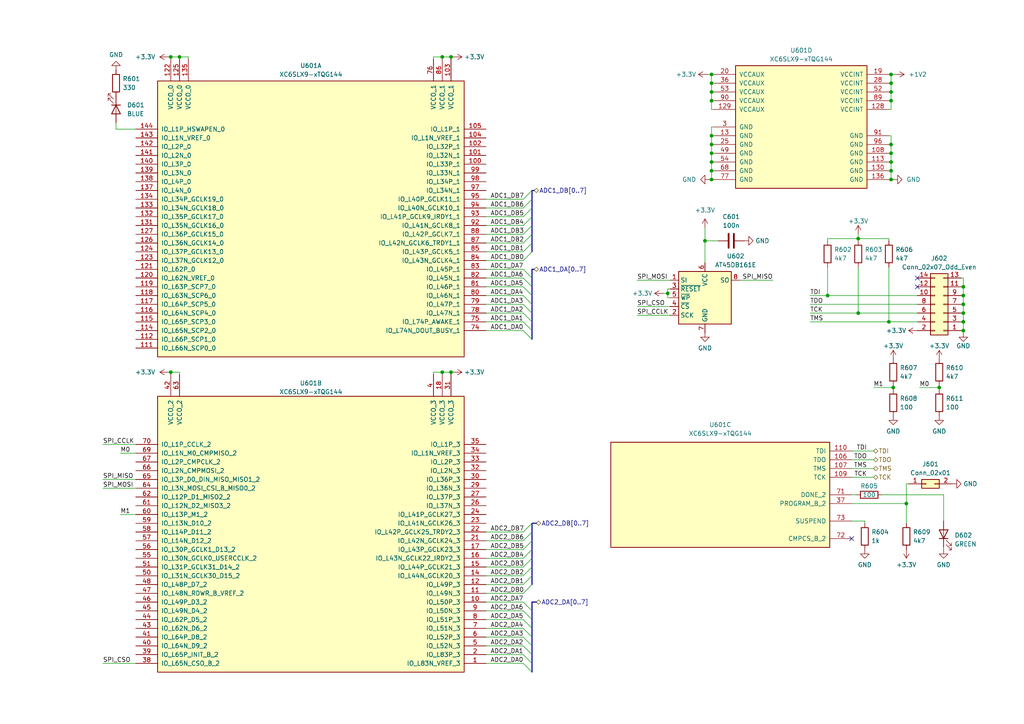
<source format=kicad_sch>
(kicad_sch (version 20230121) (generator eeschema)
  (paper "A4")
  (lib_symbols
    (symbol "Connector_Generic:Conn_02x01" (pin_names (offset 1.016) hide)
      (property "Reference" "J" (at 1.27 2.54 0))
      (property "Value" "Conn_02x01" (at 1.27 -2.54 0))
      (symbol "Conn_02x01_1_1"
        (rectangle (start -1.27 0.127) (end 0 -0.127) (stroke (width 0.1524)))
        (rectangle (start -1.27 1.27) (end 3.81 -1.27) (stroke (width 0.254)) (fill (type background)))
        (rectangle (start 3.81 0.127) (end 2.54 -0.127) (stroke (width 0.1524)))
        (pin passive line (at -5.08 0 0) (length 3.81) (name "Pin_1") (number "1"))
        (pin passive line (at 7.62 0 180) (length 3.81) (name "Pin_2") (number "2"))
      )
    )
    (symbol "Connector_Generic:Conn_02x07_Odd_Even" (pin_names (offset 1.016) hide)
      (property "Reference" "J" (at 1.27 10.16 0))
      (property "Value" "Conn_02x07_Odd_Even" (at 1.27 -10.16 0))
      (symbol "Conn_02x07_Odd_Even_1_1"
        (rectangle (start -1.27 -7.493) (end 0 -7.747) (stroke (width 0.1524)))
        (rectangle (start -1.27 -4.953) (end 0 -5.207) (stroke (width 0.1524)))
        (rectangle (start -1.27 -2.413) (end 0 -2.667) (stroke (width 0.1524)))
        (rectangle (start -1.27 0.127) (end 0 -0.127) (stroke (width 0.1524)))
        (rectangle (start -1.27 2.667) (end 0 2.413) (stroke (width 0.1524)))
        (rectangle (start -1.27 5.207) (end 0 4.953) (stroke (width 0.1524)))
        (rectangle (start -1.27 7.747) (end 0 7.493) (stroke (width 0.1524)))
        (rectangle (start -1.27 8.89) (end 3.81 -8.89) (stroke (width 0.254)) (fill (type background)))
        (rectangle (start 3.81 -7.493) (end 2.54 -7.747) (stroke (width 0.1524)))
        (rectangle (start 3.81 -4.953) (end 2.54 -5.207) (stroke (width 0.1524)))
        (rectangle (start 3.81 -2.413) (end 2.54 -2.667) (stroke (width 0.1524)))
        (rectangle (start 3.81 0.127) (end 2.54 -0.127) (stroke (width 0.1524)))
        (rectangle (start 3.81 2.667) (end 2.54 2.413) (stroke (width 0.1524)))
        (rectangle (start 3.81 5.207) (end 2.54 4.953) (stroke (width 0.1524)))
        (rectangle (start 3.81 7.747) (end 2.54 7.493) (stroke (width 0.1524)))
        (pin passive line (at -5.08 7.62 0) (length 3.81) (name "Pin_1") (number "1"))
        (pin passive line (at 7.62 -2.54 180) (length 3.81) (name "Pin_10") (number "10"))
        (pin passive line (at -5.08 -5.08 0) (length 3.81) (name "Pin_11") (number "11"))
        (pin passive line (at 7.62 -5.08 180) (length 3.81) (name "Pin_12") (number "12"))
        (pin passive line (at -5.08 -7.62 0) (length 3.81) (name "Pin_13") (number "13"))
        (pin passive line (at 7.62 -7.62 180) (length 3.81) (name "Pin_14") (number "14"))
        (pin passive line (at 7.62 7.62 180) (length 3.81) (name "Pin_2") (number "2"))
        (pin passive line (at -5.08 5.08 0) (length 3.81) (name "Pin_3") (number "3"))
        (pin passive line (at 7.62 5.08 180) (length 3.81) (name "Pin_4") (number "4"))
        (pin passive line (at -5.08 2.54 0) (length 3.81) (name "Pin_5") (number "5"))
        (pin passive line (at 7.62 2.54 180) (length 3.81) (name "Pin_6") (number "6"))
        (pin passive line (at -5.08 0 0) (length 3.81) (name "Pin_7") (number "7"))
        (pin passive line (at 7.62 0 180) (length 3.81) (name "Pin_8") (number "8"))
        (pin passive line (at -5.08 -2.54 0) (length 3.81) (name "Pin_9") (number "9"))
      )
    )
    (symbol "Device:C" (pin_numbers hide) (pin_names (offset 0.254))
      (property "Reference" "C" (at 0.635 2.54 0))
      (property "Value" "C" (at 0.635 -2.54 0))
      (symbol "C_0_1"
        (polyline (pts (xy -2.032 -0.762) (xy 2.032 -0.762)) (stroke (width 0.508)))
        (polyline (pts (xy -2.032 0.762) (xy 2.032 0.762)) (stroke (width 0.508)))
      )
      (symbol "C_1_1"
        (pin passive line (at 0 3.81 270) (length 2.794) (name "~") (number "1"))
        (pin passive line (at 0 -3.81 90) (length 2.794) (name "~") (number "2"))
      )
    )
    (symbol "Device:LED" (pin_numbers hide) (pin_names (offset 1.016) hide)
      (property "Reference" "D" (at 0 2.54 0))
      (property "Value" "LED" (at 0 -2.54 0))
      (symbol "LED_0_1"
        (polyline (pts (xy -1.27 -1.27) (xy -1.27 1.27)) (stroke (width 0.254)))
        (polyline (pts (xy -1.27 0) (xy 1.27 0)))
        (polyline (pts (xy 1.27 -1.27) (xy 1.27 1.27) (xy -1.27 0) (xy 1.27 -1.27)) (stroke (width 0.254)))
        (polyline (pts (xy -3.048 -0.762) (xy -4.572 -2.286) (xy -3.81 -2.286) (xy -4.572 -2.286) (xy -4.572 -1.524)))
        (polyline (pts (xy -1.778 -0.762) (xy -3.302 -2.286) (xy -2.54 -2.286) (xy -3.302 -2.286) (xy -3.302 -1.524)))
      )
      (symbol "LED_1_1"
        (pin passive line (at -3.81 0 0) (length 2.54) (name "K") (number "1"))
        (pin passive line (at 3.81 0 180) (length 2.54) (name "A") (number "2"))
      )
    )
    (symbol "Device:R" (pin_numbers hide) (pin_names (offset 0))
      (property "Reference" "R" (at 2.032 0 90))
      (property "Value" "R" (at 0 0 90))
      (symbol "R_0_1"
        (rectangle (start -1.016 -2.54) (end 1.016 2.54) (stroke (width 0.254)))
      )
      (symbol "R_1_1"
        (pin passive line (at 0 3.81 270) (length 1.27) (name "~") (number "1"))
        (pin passive line (at 0 -3.81 90) (length 1.27) (name "~") (number "2"))
      )
    )
    (symbol "FPGA_Xilinx_Spartan6:XC6SLX9-TQG144" (pin_names (offset 1.016))
      (property "Reference" "U" (at 0 1.27 0))
      (property "Value" "XC6SLX9-TQG144" (at 0 -1.27 0))
      (symbol "XC6SLX9-TQG144_1_1"
        (rectangle (start -44.45 36.83) (end 44.45 -43.18) (stroke (width 0.254)) (fill (type background)))
        (pin bidirectional line (at 50.8 12.7 180) (length 6.35) (name "IO_L33P_1") (number "100"))
        (pin bidirectional line (at 50.8 15.24 180) (length 6.35) (name "IO_L32N_1") (number "101"))
        (pin bidirectional line (at 50.8 17.78 180) (length 6.35) (name "IO_L32P_1") (number "102"))
        (pin power_in line (at 40.64 43.18 270) (length 6.35) (name "VCCO_1") (number "103"))
        (pin bidirectional line (at 50.8 20.32 180) (length 6.35) (name "IO_L1N_VREF_1") (number "104"))
        (pin bidirectional line (at 50.8 22.86 180) (length 6.35) (name "IO_L1P_1") (number "105"))
        (pin bidirectional line (at -50.8 -40.64 0) (length 6.35) (name "IO_L66N_SCP0_0") (number "111"))
        (pin bidirectional line (at -50.8 -38.1 0) (length 6.35) (name "IO_L66P_SCP1_0") (number "112"))
        (pin bidirectional line (at -50.8 -35.56 0) (length 6.35) (name "IO_L65N_SCP2_0") (number "114"))
        (pin bidirectional line (at -50.8 -33.02 0) (length 6.35) (name "IO_L65P_SCP3_0") (number "115"))
        (pin bidirectional line (at -50.8 -30.48 0) (length 6.35) (name "IO_L64N_SCP4_0") (number "116"))
        (pin bidirectional line (at -50.8 -27.94 0) (length 6.35) (name "IO_L64P_SCP5_0") (number "117"))
        (pin bidirectional line (at -50.8 -25.4 0) (length 6.35) (name "IO_L63N_SCP6_0") (number "118"))
        (pin bidirectional line (at -50.8 -22.86 0) (length 6.35) (name "IO_L63P_SCP7_0") (number "119"))
        (pin bidirectional line (at -50.8 -20.32 0) (length 6.35) (name "IO_L62N_VREF_0") (number "120"))
        (pin bidirectional line (at -50.8 -17.78 0) (length 6.35) (name "IO_L62P_0") (number "121"))
        (pin power_in line (at -40.64 43.18 270) (length 6.35) (name "VCCO_0") (number "122"))
        (pin bidirectional line (at -50.8 -15.24 0) (length 6.35) (name "IO_L37N_GCLK12_0") (number "123"))
        (pin bidirectional line (at -50.8 -12.7 0) (length 6.35) (name "IO_L37P_GCLK13_0") (number "124"))
        (pin power_in line (at -38.1 43.18 270) (length 6.35) (name "VCCO_0") (number "125"))
        (pin bidirectional line (at -50.8 -10.16 0) (length 6.35) (name "IO_L36N_GCLK14_0") (number "126"))
        (pin bidirectional line (at -50.8 -7.62 0) (length 6.35) (name "IO_L36P_GCLK15_0") (number "127"))
        (pin bidirectional line (at -50.8 -5.08 0) (length 6.35) (name "IO_L35N_GCLK16_0") (number "131"))
        (pin bidirectional line (at -50.8 -2.54 0) (length 6.35) (name "IO_L35P_GCLK17_0") (number "132"))
        (pin bidirectional line (at -50.8 0 0) (length 6.35) (name "IO_L34N_GCLK18_0") (number "133"))
        (pin bidirectional line (at -50.8 2.54 0) (length 6.35) (name "IO_L34P_GCLK19_0") (number "134"))
        (pin power_in line (at -35.56 43.18 270) (length 6.35) (name "VCCO_0") (number "135"))
        (pin bidirectional line (at -50.8 5.08 0) (length 6.35) (name "IO_L4N_0") (number "137"))
        (pin bidirectional line (at -50.8 7.62 0) (length 6.35) (name "IO_L4P_0") (number "138"))
        (pin bidirectional line (at -50.8 10.16 0) (length 6.35) (name "IO_L3N_0") (number "139"))
        (pin bidirectional line (at -50.8 12.7 0) (length 6.35) (name "IO_L3P_0") (number "140"))
        (pin bidirectional line (at -50.8 15.24 0) (length 6.35) (name "IO_L2N_0") (number "141"))
        (pin bidirectional line (at -50.8 17.78 0) (length 6.35) (name "IO_L2P_0") (number "142"))
        (pin bidirectional line (at -50.8 20.32 0) (length 6.35) (name "IO_L1N_VREF_0") (number "143"))
        (pin bidirectional line (at -50.8 22.86 0) (length 6.35) (name "IO_L1P_HSWAPEN_0") (number "144"))
        (pin bidirectional line (at 50.8 -35.56 180) (length 6.35) (name "IO_L74N_DOUT_BUSY_1") (number "74"))
        (pin bidirectional line (at 50.8 -33.02 180) (length 6.35) (name "IO_L74P_AWAKE_1") (number "75"))
        (pin power_in line (at 35.56 43.18 270) (length 6.35) (name "VCCO_1") (number "76"))
        (pin bidirectional line (at 50.8 -30.48 180) (length 6.35) (name "IO_L47N_1") (number "78"))
        (pin bidirectional line (at 50.8 -27.94 180) (length 6.35) (name "IO_L47P_1") (number "79"))
        (pin bidirectional line (at 50.8 -25.4 180) (length 6.35) (name "IO_L46N_1") (number "80"))
        (pin bidirectional line (at 50.8 -22.86 180) (length 6.35) (name "IO_L46P_1") (number "81"))
        (pin bidirectional line (at 50.8 -20.32 180) (length 6.35) (name "IO_L45N_1") (number "82"))
        (pin bidirectional line (at 50.8 -17.78 180) (length 6.35) (name "IO_L45P_1") (number "83"))
        (pin bidirectional line (at 50.8 -15.24 180) (length 6.35) (name "IO_L43N_GCLK4_1") (number "84"))
        (pin bidirectional line (at 50.8 -12.7 180) (length 6.35) (name "IO_L43P_GCLK5_1") (number "85"))
        (pin power_in line (at 38.1 43.18 270) (length 6.35) (name "VCCO_1") (number "86"))
        (pin bidirectional line (at 50.8 -10.16 180) (length 6.35) (name "IO_L42N_GCLK6_TRDY1_1") (number "87"))
        (pin bidirectional line (at 50.8 -7.62 180) (length 6.35) (name "IO_L42P_GCLK7_1") (number "88"))
        (pin bidirectional line (at 50.8 -5.08 180) (length 6.35) (name "IO_L41N_GCLK8_1") (number "92"))
        (pin bidirectional line (at 50.8 -2.54 180) (length 6.35) (name "IO_L41P_GCLK9_IRDY1_1") (number "93"))
        (pin bidirectional line (at 50.8 0 180) (length 6.35) (name "IO_L40N_GCLK10_1") (number "94"))
        (pin bidirectional line (at 50.8 2.54 180) (length 6.35) (name "IO_L40P_GCLK11_1") (number "95"))
        (pin bidirectional line (at 50.8 5.08 180) (length 6.35) (name "IO_L34N_1") (number "97"))
        (pin bidirectional line (at 50.8 7.62 180) (length 6.35) (name "IO_L34P_1") (number "98"))
        (pin bidirectional line (at 50.8 10.16 180) (length 6.35) (name "IO_L33N_1") (number "99"))
      )
      (symbol "XC6SLX9-TQG144_2_1"
        (rectangle (start -44.45 36.83) (end 44.45 -43.18) (stroke (width 0.254)) (fill (type background)))
        (pin bidirectional line (at 50.8 -40.64 180) (length 6.35) (name "IO_L83N_VREF_3") (number "1"))
        (pin bidirectional line (at 50.8 -22.86 180) (length 6.35) (name "IO_L50P_3") (number "10"))
        (pin bidirectional line (at 50.8 -20.32 180) (length 6.35) (name "IO_L49N_3") (number "11"))
        (pin bidirectional line (at 50.8 -17.78 180) (length 6.35) (name "IO_L49P_3") (number "12"))
        (pin bidirectional line (at 50.8 -15.24 180) (length 6.35) (name "IO_L44N_GCLK20_3") (number "14"))
        (pin bidirectional line (at 50.8 -12.7 180) (length 6.35) (name "IO_L44P_GCLK21_3") (number "15"))
        (pin bidirectional line (at 50.8 -10.16 180) (length 6.35) (name "IO_L43N_GCLK22_IRDY2_3") (number "16"))
        (pin bidirectional line (at 50.8 -7.62 180) (length 6.35) (name "IO_L43P_GCLK23_3") (number "17"))
        (pin power_in line (at 38.1 43.18 270) (length 6.35) (name "VCCO_3") (number "18"))
        (pin bidirectional line (at 50.8 -38.1 180) (length 6.35) (name "IO_L83P_3") (number "2"))
        (pin bidirectional line (at 50.8 -5.08 180) (length 6.35) (name "IO_L42N_GCLK24_3") (number "21"))
        (pin bidirectional line (at 50.8 -2.54 180) (length 6.35) (name "IO_L42P_GCLK25_TRDY2_3") (number "22"))
        (pin bidirectional line (at 50.8 0 180) (length 6.35) (name "IO_L41N_GCLK26_3") (number "23"))
        (pin bidirectional line (at 50.8 2.54 180) (length 6.35) (name "IO_L41P_GCLK27_3") (number "24"))
        (pin bidirectional line (at 50.8 5.08 180) (length 6.35) (name "IO_L37N_3") (number "26"))
        (pin bidirectional line (at 50.8 7.62 180) (length 6.35) (name "IO_L37P_3") (number "27"))
        (pin bidirectional line (at 50.8 10.16 180) (length 6.35) (name "IO_L36N_3") (number "29"))
        (pin bidirectional line (at 50.8 12.7 180) (length 6.35) (name "IO_L36P_3") (number "30"))
        (pin power_in line (at 40.64 43.18 270) (length 6.35) (name "VCCO_3") (number "31"))
        (pin bidirectional line (at 50.8 15.24 180) (length 6.35) (name "IO_L2N_3") (number "32"))
        (pin bidirectional line (at 50.8 17.78 180) (length 6.35) (name "IO_L2P_3") (number "33"))
        (pin bidirectional line (at 50.8 20.32 180) (length 6.35) (name "IO_L1N_VREF_3") (number "34"))
        (pin bidirectional line (at 50.8 22.86 180) (length 6.35) (name "IO_L1P_3") (number "35"))
        (pin bidirectional line (at -50.8 -40.64 0) (length 6.35) (name "IO_L65N_CSO_B_2") (number "38"))
        (pin bidirectional line (at -50.8 -38.1 0) (length 6.35) (name "IO_L65P_INIT_B_2") (number "39"))
        (pin power_in line (at 35.56 43.18 270) (length 6.35) (name "VCCO_3") (number "4"))
        (pin bidirectional line (at -50.8 -35.56 0) (length 6.35) (name "IO_L64N_D9_2") (number "40"))
        (pin bidirectional line (at -50.8 -33.02 0) (length 6.35) (name "IO_L64P_D8_2") (number "41"))
        (pin power_in line (at -40.64 43.18 270) (length 6.35) (name "VCCO_2") (number "42"))
        (pin bidirectional line (at -50.8 -30.48 0) (length 6.35) (name "IO_L62N_D6_2") (number "43"))
        (pin bidirectional line (at -50.8 -27.94 0) (length 6.35) (name "IO_L62P_D5_2") (number "44"))
        (pin bidirectional line (at -50.8 -25.4 0) (length 6.35) (name "IO_L49N_D4_2") (number "45"))
        (pin bidirectional line (at -50.8 -22.86 0) (length 6.35) (name "IO_L49P_D3_2") (number "46"))
        (pin bidirectional line (at -50.8 -20.32 0) (length 6.35) (name "IO_L48N_RDWR_B_VREF_2") (number "47"))
        (pin bidirectional line (at -50.8 -17.78 0) (length 6.35) (name "IO_L48P_D7_2") (number "48"))
        (pin bidirectional line (at 50.8 -35.56 180) (length 6.35) (name "IO_L52N_3") (number "5"))
        (pin bidirectional line (at -50.8 -15.24 0) (length 6.35) (name "IO_L31N_GCLK30_D15_2") (number "50"))
        (pin bidirectional line (at -50.8 -12.7 0) (length 6.35) (name "IO_L31P_GCLK31_D14_2") (number "51"))
        (pin bidirectional line (at -50.8 -10.16 0) (length 6.35) (name "IO_L30N_GCLK0_USERCCLK_2") (number "55"))
        (pin bidirectional line (at -50.8 -7.62 0) (length 6.35) (name "IO_L30P_GCLK1_D13_2") (number "56"))
        (pin bidirectional line (at -50.8 -5.08 0) (length 6.35) (name "IO_L14N_D12_2") (number "57"))
        (pin bidirectional line (at -50.8 -2.54 0) (length 6.35) (name "IO_L14P_D11_2") (number "58"))
        (pin bidirectional line (at -50.8 0 0) (length 6.35) (name "IO_L13N_D10_2") (number "59"))
        (pin bidirectional line (at 50.8 -33.02 180) (length 6.35) (name "IO_L52P_3") (number "6"))
        (pin bidirectional line (at -50.8 2.54 0) (length 6.35) (name "IO_L13P_M1_2") (number "60"))
        (pin bidirectional line (at -50.8 5.08 0) (length 6.35) (name "IO_L12N_D2_MISO3_2") (number "61"))
        (pin bidirectional line (at -50.8 7.62 0) (length 6.35) (name "IO_L12P_D1_MISO2_2") (number "62"))
        (pin power_in line (at -38.1 43.18 270) (length 6.35) (name "VCCO_2") (number "63"))
        (pin bidirectional line (at -50.8 10.16 0) (length 6.35) (name "IO_L3N_MOSI_CSI_B_MISO0_2") (number "64"))
        (pin bidirectional line (at -50.8 12.7 0) (length 6.35) (name "IO_L3P_D0_DIN_MISO_MISO1_2") (number "65"))
        (pin bidirectional line (at -50.8 15.24 0) (length 6.35) (name "IO_L2N_CMPMOSI_2") (number "66"))
        (pin bidirectional line (at -50.8 17.78 0) (length 6.35) (name "IO_L2P_CMPCLK_2") (number "67"))
        (pin bidirectional line (at -50.8 20.32 0) (length 6.35) (name "IO_L1N_M0_CMPMISO_2") (number "69"))
        (pin bidirectional line (at 50.8 -30.48 180) (length 6.35) (name "IO_L51N_3") (number "7"))
        (pin bidirectional line (at -50.8 22.86 0) (length 6.35) (name "IO_L1P_CCLK_2") (number "70"))
        (pin bidirectional line (at 50.8 -27.94 180) (length 6.35) (name "IO_L51P_3") (number "8"))
        (pin bidirectional line (at 50.8 -25.4 180) (length 6.35) (name "IO_L50N_3") (number "9"))
      )
      (symbol "XC6SLX9-TQG144_3_1"
        (rectangle (start -31.75 15.24) (end 31.75 -15.24) (stroke (width 0.254)) (fill (type background)))
        (pin bidirectional line (at 38.1 10.16 180) (length 6.35) (name "TDO") (number "106"))
        (pin bidirectional line (at 38.1 7.62 180) (length 6.35) (name "TMS") (number "107"))
        (pin bidirectional line (at 38.1 5.08 180) (length 6.35) (name "TCK") (number "109"))
        (pin bidirectional line (at 38.1 12.7 180) (length 6.35) (name "TDI") (number "110"))
        (pin bidirectional line (at 38.1 -2.54 180) (length 6.35) (name "PROGRAM_B_2") (number "37"))
        (pin bidirectional line (at 38.1 0 180) (length 6.35) (name "DONE_2") (number "71"))
        (pin bidirectional line (at 38.1 -12.7 180) (length 6.35) (name "CMPCS_B_2") (number "72"))
        (pin bidirectional line (at 38.1 -7.62 180) (length 6.35) (name "SUSPEND") (number "73"))
      )
      (symbol "XC6SLX9-TQG144_4_1"
        (rectangle (start -19.05 17.78) (end 19.05 -17.78) (stroke (width 0.254)) (fill (type background)))
        (pin power_in line (at 25.4 -7.62 180) (length 6.35) (name "GND") (number "108"))
        (pin power_in line (at 25.4 -10.16 180) (length 6.35) (name "GND") (number "113"))
        (pin power_in line (at 25.4 5.08 180) (length 6.35) (name "VCCINT") (number "128"))
        (pin power_in line (at -25.4 5.08 0) (length 6.35) (name "VCCAUX") (number "129"))
        (pin power_in line (at -25.4 -2.54 0) (length 6.35) (name "GND") (number "13"))
        (pin power_in line (at 25.4 -12.7 180) (length 6.35) (name "GND") (number "130"))
        (pin power_in line (at 25.4 -15.24 180) (length 6.35) (name "GND") (number "136"))
        (pin power_in line (at 25.4 15.24 180) (length 6.35) (name "VCCINT") (number "19"))
        (pin power_in line (at -25.4 15.24 0) (length 6.35) (name "VCCAUX") (number "20"))
        (pin power_in line (at -25.4 -5.08 0) (length 6.35) (name "GND") (number "25"))
        (pin power_in line (at 25.4 12.7 180) (length 6.35) (name "VCCINT") (number "28"))
        (pin power_in line (at -25.4 0 0) (length 6.35) (name "GND") (number "3"))
        (pin power_in line (at -25.4 12.7 0) (length 6.35) (name "VCCAUX") (number "36"))
        (pin power_in line (at -25.4 -7.62 0) (length 6.35) (name "GND") (number "49"))
        (pin power_in line (at 25.4 10.16 180) (length 6.35) (name "VCCINT") (number "52"))
        (pin power_in line (at -25.4 10.16 0) (length 6.35) (name "VCCAUX") (number "53"))
        (pin power_in line (at -25.4 -10.16 0) (length 6.35) (name "GND") (number "54"))
        (pin power_in line (at -25.4 -12.7 0) (length 6.35) (name "GND") (number "68"))
        (pin power_in line (at -25.4 -15.24 0) (length 6.35) (name "GND") (number "77"))
        (pin power_in line (at 25.4 7.62 180) (length 6.35) (name "VCCINT") (number "89"))
        (pin power_in line (at -25.4 7.62 0) (length 6.35) (name "VCCAUX") (number "90"))
        (pin power_in line (at 25.4 -2.54 180) (length 6.35) (name "GND") (number "91"))
        (pin power_in line (at 25.4 -5.08 180) (length 6.35) (name "GND") (number "96"))
      )
    )
    (symbol "Memory_Flash:AT45DB161D-SU"
      (property "Reference" "U" (at -7.62 8.89 0))
      (property "Value" "AT45DB161D-SU" (at 10.16 8.89 0))
      (symbol "AT45DB161D-SU_1_1"
        (rectangle (start -7.62 7.62) (end 7.62 -7.62) (stroke (width 0.254)) (fill (type background)))
        (pin input line (at -10.16 5.08 0) (length 2.54) (name "SI") (number "1"))
        (pin input line (at -10.16 -5.08 0) (length 2.54) (name "SCK") (number "2"))
        (pin bidirectional line (at -10.16 2.54 0) (length 2.54) (name "~{RESET}") (number "3"))
        (pin input line (at -10.16 -2.54 0) (length 2.54) (name "~{CS}") (number "4"))
        (pin input line (at -10.16 0 0) (length 2.54) (name "~{WP}") (number "5"))
        (pin power_in line (at 0 10.16 270) (length 2.54) (name "VCC") (number "6"))
        (pin power_in line (at 0 -10.16 90) (length 2.54) (name "GND") (number "7"))
        (pin output line (at 10.16 5.08 180) (length 2.54) (name "SO") (number "8"))
      )
    )
    (symbol "power:+1V2" (power) (pin_names (offset 0))
      (property "Value" "+1V2" (at 0 3.556 0))
      (symbol "+1V2_0_1"
        (polyline (pts (xy -0.762 1.27) (xy 0 2.54)))
        (polyline (pts (xy 0 0) (xy 0 2.54)))
        (polyline (pts (xy 0 2.54) (xy 0.762 1.27)))
      )
      (symbol "+1V2_1_1"
        (pin power_in line (at 0 0 90) (length 0) hide (name "+1V2") (number "1"))
      )
    )
    (symbol "power:+3.3V" (power) (pin_names (offset 0))
      (property "Value" "+3.3V" (at 0 3.556 0))
      (symbol "+3.3V_0_1"
        (polyline (pts (xy -0.762 1.27) (xy 0 2.54)))
        (polyline (pts (xy 0 0) (xy 0 2.54)))
        (polyline (pts (xy 0 2.54) (xy 0.762 1.27)))
      )
      (symbol "+3.3V_1_1"
        (pin power_in line (at 0 0 90) (length 0) hide (name "+3.3V") (number "1"))
      )
    )
    (symbol "power:GND" (power) (pin_names (offset 0))
      (property "Value" "GND" (at 0 -3.81 0))
      (symbol "GND_0_1"
        (polyline (pts (xy 0 0) (xy 0 -1.27) (xy 1.27 -1.27) (xy 0 -2.54) (xy -1.27 -1.27) (xy 0 -1.27)))
      )
      (symbol "GND_1_1"
        (pin power_in line (at 0 0 270) (length 0) hide (name "GND") (number "1"))
      )
    )
  )
  (junction (at 49.53 107.95))
  (junction (at 279.4 85.725))
  (junction (at 49.53 16.51))
  (junction (at 258.445 52.07))
  (junction (at 206.375 46.99))
  (junction (at 258.445 26.67))
  (junction (at 206.375 24.13))
  (junction (at 206.375 49.53))
  (junction (at 206.375 41.91))
  (junction (at 130.81 16.51))
  (junction (at 259.08 112.395))
  (junction (at 257.81 93.345))
  (junction (at 206.375 21.59))
  (junction (at 258.445 49.53))
  (junction (at 279.4 83.185))
  (junction (at 206.375 29.21))
  (junction (at 240.03 85.725))
  (junction (at 258.445 24.13))
  (junction (at 279.4 88.265))
  (junction (at 262.89 146.05))
  (junction (at 258.445 46.99))
  (junction (at 279.4 93.345))
  (junction (at 206.375 44.45))
  (junction (at 258.445 29.21))
  (junction (at 279.4 95.885))
  (junction (at 258.445 21.59))
  (junction (at 279.4 90.805))
  (junction (at 128.27 107.95))
  (junction (at 204.47 69.85))
  (junction (at 258.445 41.91))
  (junction (at 52.07 16.51))
  (junction (at 272.415 112.395))
  (junction (at 248.92 90.805))
  (junction (at 130.81 107.95))
  (junction (at 206.375 26.67))
  (junction (at 248.92 69.215))
  (junction (at 193.675 85.09))
  (junction (at 128.27 16.51))
  (junction (at 206.375 52.07))
  (junction (at 258.445 44.45))
  (junction (at 206.375 39.37))
  (no_connect (at 247.015 156.21))
  (no_connect (at 266.065 83.185))
  (no_connect (at 266.065 80.645))
  (bus_entry (at 151.765 90.805) (size 2.54 2.54))
  (bus_entry (at 151.765 174.625) (size 2.54 2.54))
  (bus_entry (at 151.765 85.725) (size 2.54 2.54))
  (bus_entry (at 151.765 177.165) (size 2.54 2.54))
  (bus_entry (at 154.305 169.545) (size -2.54 2.54))
  (bus_entry (at 154.305 161.925) (size -2.54 2.54))
  (bus_entry (at 151.765 189.865) (size 2.54 2.54))
  (bus_entry (at 151.765 93.345) (size 2.54 2.54))
  (bus_entry (at 151.765 184.785) (size 2.54 2.54))
  (bus_entry (at 154.305 154.305) (size -2.54 2.54))
  (bus_entry (at 151.765 179.705) (size 2.54 2.54))
  (bus_entry (at 151.765 83.185) (size 2.54 2.54))
  (bus_entry (at 154.305 164.465) (size -2.54 2.54))
  (bus_entry (at 154.305 70.485) (size -2.54 2.54))
  (bus_entry (at 154.305 167.005) (size -2.54 2.54))
  (bus_entry (at 154.305 55.245) (size -2.54 2.54))
  (bus_entry (at 151.765 95.885) (size 2.54 2.54))
  (bus_entry (at 154.305 65.405) (size -2.54 2.54))
  (bus_entry (at 151.765 182.245) (size 2.54 2.54))
  (bus_entry (at 154.305 67.945) (size -2.54 2.54))
  (bus_entry (at 151.765 187.325) (size 2.54 2.54))
  (bus_entry (at 154.305 159.385) (size -2.54 2.54))
  (bus_entry (at 154.305 57.785) (size -2.54 2.54))
  (bus_entry (at 154.305 73.025) (size -2.54 2.54))
  (bus_entry (at 151.765 88.265) (size 2.54 2.54))
  (bus_entry (at 151.765 80.645) (size 2.54 2.54))
  (bus_entry (at 154.305 151.765) (size -2.54 2.54))
  (bus_entry (at 151.765 78.105) (size 2.54 2.54))
  (bus_entry (at 151.765 192.405) (size 2.54 2.54))
  (bus_entry (at 154.305 62.865) (size -2.54 2.54))
  (bus_entry (at 154.305 156.845) (size -2.54 2.54))
  (bus_entry (at 154.305 60.325) (size -2.54 2.54))
  (wire (pts (xy 206.375 31.75) (xy 207.01 31.75)))
  (wire (pts (xy 140.97 90.805) (xy 151.765 90.805)))
  (bus (pts (xy 154.305 95.885) (xy 154.305 93.345)))
  (wire (pts (xy 204.47 69.85) (xy 204.47 76.2)))
  (bus (pts (xy 154.305 60.325) (xy 154.305 62.865)))
  (bus (pts (xy 154.305 80.645) (xy 154.305 78.105)))
  (wire (pts (xy 140.97 156.845) (xy 151.765 156.845)))
  (wire (pts (xy 257.81 93.345) (xy 266.065 93.345)))
  (wire (pts (xy 140.97 95.885) (xy 151.765 95.885)))
  (wire (pts (xy 255.905 143.51) (xy 273.685 143.51)))
  (wire (pts (xy 257.81 39.37) (xy 258.445 39.37)))
  (wire (pts (xy 279.4 93.345) (xy 279.4 90.805)))
  (wire (pts (xy 140.97 75.565) (xy 151.765 75.565)))
  (wire (pts (xy 250.825 151.765) (xy 250.825 151.13)))
  (bus (pts (xy 154.305 57.785) (xy 154.305 60.325)))
  (wire (pts (xy 278.765 85.725) (xy 279.4 85.725)))
  (bus (pts (xy 154.305 78.105) (xy 154.94 78.105)))
  (wire (pts (xy 240.03 77.47) (xy 240.03 85.725)))
  (bus (pts (xy 154.305 192.405) (xy 154.305 189.865)))
  (wire (pts (xy 206.375 21.59) (xy 205.105 21.59)))
  (wire (pts (xy 266.7 112.395) (xy 272.415 112.395)))
  (wire (pts (xy 140.97 70.485) (xy 151.765 70.485)))
  (wire (pts (xy 140.97 177.165) (xy 151.765 177.165)))
  (wire (pts (xy 258.445 31.75) (xy 257.81 31.75)))
  (wire (pts (xy 140.97 164.465) (xy 151.765 164.465)))
  (wire (pts (xy 206.375 41.91) (xy 206.375 44.45)))
  (wire (pts (xy 234.95 88.265) (xy 266.065 88.265)))
  (wire (pts (xy 130.81 107.95) (xy 130.81 108.585)))
  (wire (pts (xy 257.81 29.21) (xy 258.445 29.21)))
  (wire (pts (xy 258.445 44.45) (xy 258.445 46.99)))
  (wire (pts (xy 130.81 107.95) (xy 131.445 107.95)))
  (bus (pts (xy 154.305 177.165) (xy 154.305 174.625)))
  (bus (pts (xy 154.305 62.865) (xy 154.305 65.405)))
  (wire (pts (xy 206.375 36.83) (xy 207.01 36.83)))
  (wire (pts (xy 204.47 69.85) (xy 208.28 69.85)))
  (wire (pts (xy 259.08 112.395) (xy 259.08 113.03)))
  (wire (pts (xy 140.97 172.085) (xy 151.765 172.085)))
  (wire (pts (xy 273.685 158.75) (xy 273.685 159.385)))
  (wire (pts (xy 140.97 83.185) (xy 151.765 83.185)))
  (wire (pts (xy 258.445 24.13) (xy 258.445 26.67)))
  (wire (pts (xy 29.845 192.405) (xy 39.37 192.405)))
  (wire (pts (xy 253.365 112.395) (xy 259.08 112.395)))
  (wire (pts (xy 184.785 81.28) (xy 194.31 81.28)))
  (wire (pts (xy 140.97 161.925) (xy 151.765 161.925)))
  (wire (pts (xy 247.015 130.81) (xy 253.365 130.81)))
  (wire (pts (xy 207.01 46.99) (xy 206.375 46.99)))
  (bus (pts (xy 154.305 67.945) (xy 154.305 70.485)))
  (wire (pts (xy 258.445 21.59) (xy 259.715 21.59)))
  (wire (pts (xy 279.4 95.885) (xy 279.4 93.345)))
  (wire (pts (xy 140.97 78.105) (xy 151.765 78.105)))
  (wire (pts (xy 279.4 88.265) (xy 279.4 85.725)))
  (wire (pts (xy 140.97 192.405) (xy 151.765 192.405)))
  (wire (pts (xy 240.03 85.725) (xy 234.95 85.725)))
  (wire (pts (xy 140.97 159.385) (xy 151.765 159.385)))
  (wire (pts (xy 240.03 85.725) (xy 266.065 85.725)))
  (wire (pts (xy 140.97 80.645) (xy 151.765 80.645)))
  (bus (pts (xy 154.305 151.765) (xy 155.575 151.765)))
  (wire (pts (xy 278.765 90.805) (xy 279.4 90.805)))
  (wire (pts (xy 257.81 41.91) (xy 258.445 41.91)))
  (bus (pts (xy 154.305 179.705) (xy 154.305 177.165)))
  (wire (pts (xy 247.015 138.43) (xy 253.365 138.43)))
  (wire (pts (xy 52.07 16.51) (xy 52.07 17.145)))
  (wire (pts (xy 240.03 69.215) (xy 248.92 69.215)))
  (wire (pts (xy 206.375 29.21) (xy 206.375 31.75)))
  (wire (pts (xy 279.4 90.805) (xy 279.4 88.265)))
  (bus (pts (xy 154.305 154.305) (xy 154.305 156.845)))
  (wire (pts (xy 214.63 81.28) (xy 224.155 81.28)))
  (wire (pts (xy 272.415 111.76) (xy 272.415 112.395)))
  (wire (pts (xy 140.97 65.405) (xy 151.765 65.405)))
  (wire (pts (xy 140.97 62.865) (xy 151.765 62.865)))
  (wire (pts (xy 259.08 111.76) (xy 259.08 112.395)))
  (wire (pts (xy 247.015 135.89) (xy 253.365 135.89)))
  (wire (pts (xy 140.97 174.625) (xy 151.765 174.625)))
  (bus (pts (xy 154.305 88.265) (xy 154.305 85.725)))
  (wire (pts (xy 140.97 85.725) (xy 151.765 85.725)))
  (wire (pts (xy 128.27 107.95) (xy 130.81 107.95)))
  (bus (pts (xy 154.305 194.945) (xy 154.305 192.405)))
  (bus (pts (xy 154.305 98.425) (xy 154.305 95.885)))
  (bus (pts (xy 154.305 182.245) (xy 154.305 179.705)))
  (wire (pts (xy 247.015 143.51) (xy 248.285 143.51)))
  (wire (pts (xy 140.97 187.325) (xy 151.765 187.325)))
  (wire (pts (xy 279.4 80.645) (xy 278.765 80.645)))
  (wire (pts (xy 140.97 93.345) (xy 151.765 93.345)))
  (wire (pts (xy 258.445 29.21) (xy 258.445 31.75)))
  (wire (pts (xy 257.81 46.99) (xy 258.445 46.99)))
  (wire (pts (xy 193.675 85.09) (xy 193.675 83.82)))
  (wire (pts (xy 273.685 143.51) (xy 273.685 151.13)))
  (wire (pts (xy 184.785 88.9) (xy 194.31 88.9)))
  (wire (pts (xy 206.375 24.13) (xy 206.375 26.67)))
  (wire (pts (xy 48.895 16.51) (xy 49.53 16.51)))
  (bus (pts (xy 154.305 151.765) (xy 154.305 154.305)))
  (wire (pts (xy 140.97 169.545) (xy 151.765 169.545)))
  (bus (pts (xy 154.305 156.845) (xy 154.305 159.385)))
  (wire (pts (xy 248.92 90.805) (xy 266.065 90.805)))
  (wire (pts (xy 247.015 146.05) (xy 262.89 146.05)))
  (wire (pts (xy 206.375 44.45) (xy 206.375 46.99)))
  (wire (pts (xy 193.675 83.82) (xy 194.31 83.82)))
  (wire (pts (xy 140.97 189.865) (xy 151.765 189.865)))
  (wire (pts (xy 29.845 139.065) (xy 39.37 139.065)))
  (wire (pts (xy 140.97 73.025) (xy 151.765 73.025)))
  (wire (pts (xy 258.445 26.67) (xy 258.445 29.21)))
  (wire (pts (xy 207.01 24.13) (xy 206.375 24.13)))
  (bus (pts (xy 154.305 159.385) (xy 154.305 161.925)))
  (bus (pts (xy 154.305 161.925) (xy 154.305 164.465)))
  (wire (pts (xy 125.73 16.51) (xy 128.27 16.51)))
  (wire (pts (xy 140.97 182.245) (xy 151.765 182.245)))
  (wire (pts (xy 257.81 69.215) (xy 257.81 69.85)))
  (wire (pts (xy 29.845 141.605) (xy 39.37 141.605)))
  (wire (pts (xy 140.97 179.705) (xy 151.765 179.705)))
  (wire (pts (xy 272.415 112.395) (xy 272.415 113.03)))
  (wire (pts (xy 262.89 151.765) (xy 262.89 146.05)))
  (wire (pts (xy 240.03 69.85) (xy 240.03 69.215)))
  (bus (pts (xy 154.305 83.185) (xy 154.305 80.645)))
  (wire (pts (xy 257.81 44.45) (xy 258.445 44.45)))
  (bus (pts (xy 154.305 164.465) (xy 154.305 167.005)))
  (wire (pts (xy 33.655 37.465) (xy 33.655 35.56)))
  (wire (pts (xy 247.015 133.35) (xy 253.365 133.35)))
  (bus (pts (xy 154.305 70.485) (xy 154.305 73.025)))
  (wire (pts (xy 234.95 90.805) (xy 248.92 90.805)))
  (wire (pts (xy 206.375 52.07) (xy 205.74 52.07)))
  (wire (pts (xy 258.445 49.53) (xy 257.81 49.53)))
  (wire (pts (xy 250.825 151.13) (xy 247.015 151.13)))
  (wire (pts (xy 206.375 39.37) (xy 206.375 41.91)))
  (wire (pts (xy 278.765 83.185) (xy 279.4 83.185)))
  (wire (pts (xy 207.01 26.67) (xy 206.375 26.67)))
  (wire (pts (xy 34.925 149.225) (xy 39.37 149.225)))
  (bus (pts (xy 154.305 187.325) (xy 154.305 184.785)))
  (wire (pts (xy 125.73 108.585) (xy 125.73 107.95)))
  (wire (pts (xy 258.445 52.07) (xy 259.08 52.07)))
  (bus (pts (xy 154.305 167.005) (xy 154.305 169.545)))
  (wire (pts (xy 207.01 39.37) (xy 206.375 39.37)))
  (wire (pts (xy 39.37 37.465) (xy 33.655 37.465)))
  (wire (pts (xy 49.53 107.95) (xy 52.07 107.95)))
  (wire (pts (xy 258.445 39.37) (xy 258.445 41.91)))
  (wire (pts (xy 49.53 16.51) (xy 52.07 16.51)))
  (wire (pts (xy 29.845 128.905) (xy 39.37 128.905)))
  (wire (pts (xy 54.61 16.51) (xy 54.61 17.145)))
  (wire (pts (xy 207.01 52.07) (xy 206.375 52.07)))
  (wire (pts (xy 257.81 26.67) (xy 258.445 26.67)))
  (bus (pts (xy 154.305 174.625) (xy 155.575 174.625)))
  (wire (pts (xy 140.97 184.785) (xy 151.765 184.785)))
  (wire (pts (xy 248.92 69.215) (xy 248.92 69.85)))
  (wire (pts (xy 34.925 131.445) (xy 39.37 131.445)))
  (bus (pts (xy 154.305 184.785) (xy 154.305 182.245)))
  (wire (pts (xy 48.895 107.95) (xy 49.53 107.95)))
  (wire (pts (xy 257.81 24.13) (xy 258.445 24.13)))
  (wire (pts (xy 234.95 93.345) (xy 257.81 93.345)))
  (wire (pts (xy 258.445 41.91) (xy 258.445 44.45)))
  (wire (pts (xy 140.97 67.945) (xy 151.765 67.945)))
  (wire (pts (xy 279.4 95.885) (xy 279.4 96.52)))
  (wire (pts (xy 52.07 16.51) (xy 54.61 16.51)))
  (wire (pts (xy 140.97 167.005) (xy 151.765 167.005)))
  (wire (pts (xy 207.01 29.21) (xy 206.375 29.21)))
  (bus (pts (xy 154.305 55.245) (xy 154.94 55.245)))
  (wire (pts (xy 206.375 26.67) (xy 206.375 29.21)))
  (wire (pts (xy 49.53 108.585) (xy 49.53 107.95)))
  (wire (pts (xy 130.81 16.51) (xy 130.81 17.145)))
  (wire (pts (xy 140.97 60.325) (xy 151.765 60.325)))
  (wire (pts (xy 258.445 46.99) (xy 258.445 49.53)))
  (wire (pts (xy 128.27 16.51) (xy 128.27 17.145)))
  (wire (pts (xy 207.01 41.91) (xy 206.375 41.91)))
  (wire (pts (xy 207.01 21.59) (xy 206.375 21.59)))
  (wire (pts (xy 206.375 21.59) (xy 206.375 24.13)))
  (wire (pts (xy 258.445 52.07) (xy 258.445 49.53)))
  (bus (pts (xy 154.305 90.805) (xy 154.305 88.265)))
  (wire (pts (xy 128.27 16.51) (xy 130.81 16.51)))
  (wire (pts (xy 206.375 52.07) (xy 206.375 49.53)))
  (wire (pts (xy 248.92 67.945) (xy 248.92 69.215)))
  (wire (pts (xy 204.47 66.04) (xy 204.47 69.85)))
  (bus (pts (xy 154.305 85.725) (xy 154.305 83.185)))
  (wire (pts (xy 257.81 21.59) (xy 258.445 21.59)))
  (wire (pts (xy 49.53 17.145) (xy 49.53 16.51)))
  (wire (pts (xy 258.445 21.59) (xy 258.445 24.13)))
  (wire (pts (xy 140.97 57.785) (xy 151.765 57.785)))
  (wire (pts (xy 262.89 140.335) (xy 262.89 146.05)))
  (wire (pts (xy 248.92 69.215) (xy 257.81 69.215)))
  (wire (pts (xy 125.73 107.95) (xy 128.27 107.95)))
  (wire (pts (xy 52.07 107.95) (xy 52.07 108.585)))
  (wire (pts (xy 128.27 107.95) (xy 128.27 108.585)))
  (wire (pts (xy 263.525 140.335) (xy 262.89 140.335)))
  (wire (pts (xy 257.81 93.345) (xy 257.81 77.47)))
  (wire (pts (xy 194.31 86.36) (xy 193.675 86.36)))
  (wire (pts (xy 140.97 154.305) (xy 151.765 154.305)))
  (wire (pts (xy 140.97 88.265) (xy 151.765 88.265)))
  (wire (pts (xy 206.375 39.37) (xy 206.375 36.83)))
  (wire (pts (xy 279.4 83.185) (xy 279.4 80.645)))
  (bus (pts (xy 154.305 55.245) (xy 154.305 57.785)))
  (wire (pts (xy 206.375 46.99) (xy 206.375 49.53)))
  (bus (pts (xy 154.305 189.865) (xy 154.305 187.325)))
  (bus (pts (xy 154.305 65.405) (xy 154.305 67.945)))
  (wire (pts (xy 248.92 90.805) (xy 248.92 77.47)))
  (bus (pts (xy 154.305 93.345) (xy 154.305 90.805)))
  (wire (pts (xy 278.765 95.885) (xy 279.4 95.885)))
  (wire (pts (xy 278.765 93.345) (xy 279.4 93.345)))
  (wire (pts (xy 192.405 85.09) (xy 193.675 85.09)))
  (wire (pts (xy 125.73 17.145) (xy 125.73 16.51)))
  (wire (pts (xy 279.4 85.725) (xy 279.4 83.185)))
  (wire (pts (xy 130.81 16.51) (xy 131.445 16.51)))
  (wire (pts (xy 257.81 52.07) (xy 258.445 52.07)))
  (wire (pts (xy 206.375 49.53) (xy 207.01 49.53)))
  (wire (pts (xy 184.785 91.44) (xy 194.31 91.44)))
  (wire (pts (xy 278.765 88.265) (xy 279.4 88.265)))
  (wire (pts (xy 207.01 44.45) (xy 206.375 44.45)))
  (wire (pts (xy 193.675 86.36) (xy 193.675 85.09)))
  (label "ADC1_DB7" (at 142.24 57.785 0))
  (label "ADC2_DA6" (at 142.24 177.165 0))
  (label "ADC2_DA2" (at 142.24 187.325 0))
  (label "TDI" (at 234.95 85.725 0))
  (label "ADC2_DA3" (at 142.24 184.785 0))
  (label "SPI_CCLK" (at 29.845 128.905 0))
  (label "ADC1_DA7" (at 142.24 78.105 0))
  (label "ADC2_DA5" (at 142.24 179.705 0))
  (label "SPI_MISO" (at 224.155 81.28 180))
  (label "ADC2_DB3" (at 142.24 164.465 0))
  (label "ADC1_DA4" (at 142.24 85.725 0))
  (label "ADC1_DA6" (at 142.24 80.645 0))
  (label "ADC2_DA0" (at 142.24 192.405 0))
  (label "ADC2_DB4" (at 142.24 161.925 0))
  (label "ADC1_DB3" (at 142.24 67.945 0))
  (label "SPI_CSO" (at 29.845 192.405 0))
  (label "ADC1_DA3" (at 142.24 88.265 0))
  (label "TDO" (at 251.46 133.35 180))
  (label "SPI_CCLK" (at 184.785 91.44 0))
  (label "TCK" (at 251.46 138.43 180))
  (label "SPI_MISO" (at 29.845 139.065 0))
  (label "ADC2_DB2" (at 142.24 167.005 0))
  (label "SPI_MOSI" (at 184.785 81.28 0))
  (label "ADC2_DB5" (at 142.24 159.385 0))
  (label "TDO" (at 234.95 88.265 0))
  (label "TDI" (at 251.46 130.81 180))
  (label "ADC1_DB0" (at 142.24 75.565 0))
  (label "M1" (at 253.365 112.395 0))
  (label "M1" (at 34.925 149.225 0))
  (label "TMS" (at 234.95 93.345 0))
  (label "TMS" (at 251.46 135.89 180))
  (label "ADC1_DB4" (at 142.24 65.405 0))
  (label "ADC2_DB0" (at 142.24 172.085 0))
  (label "ADC1_DA1" (at 142.24 93.345 0))
  (label "ADC2_DB1" (at 142.24 169.545 0))
  (label "ADC1_DB2" (at 142.24 70.485 0))
  (label "ADC2_DB7" (at 142.24 154.305 0))
  (label "M0" (at 34.925 131.445 0))
  (label "ADC1_DA2" (at 142.24 90.805 0))
  (label "ADC1_DB1" (at 142.24 73.025 0))
  (label "TCK" (at 234.95 90.805 0))
  (label "ADC1_DA0" (at 142.24 95.885 0))
  (label "SPI_MOSI" (at 29.845 141.605 0))
  (label "ADC1_DA5" (at 142.24 83.185 0))
  (label "M0" (at 266.7 112.395 0))
  (label "ADC1_DB6" (at 142.24 60.325 0))
  (label "ADC2_DA4" (at 142.24 182.245 0))
  (label "SPI_CSO" (at 184.785 88.9 0))
  (label "ADC1_DB5" (at 142.24 62.865 0))
  (label "ADC2_DB6" (at 142.24 156.845 0))
  (label "ADC2_DA7" (at 142.24 174.625 0))
  (label "ADC2_DA1" (at 142.24 189.865 0))
  (hierarchical_label "TCK" (shape bidirectional) (at 253.365 138.43 0))
  (hierarchical_label "ADC1_DA[0..7]" (shape bidirectional) (at 154.94 78.105 0))
  (hierarchical_label "TDO" (shape bidirectional) (at 253.365 133.35 0))
  (hierarchical_label "ADC2_DA[0..7]" (shape bidirectional) (at 155.575 174.625 0))
  (hierarchical_label "TDI" (shape bidirectional) (at 253.365 130.81 0))
  (hierarchical_label "ADC1_DB[0..7]" (shape bidirectional) (at 154.94 55.245 0))
  (hierarchical_label "TMS" (shape bidirectional) (at 253.365 135.89 0))
  (hierarchical_label "ADC2_DB[0..7]" (shape bidirectional) (at 155.575 151.765 0))
  (symbol (lib_id "power:+1V2") (at 259.715 21.59 270) (unit 1)
    (property "Reference" "#PWR0617" (effects hide))
    (property "Value" "+1V2" (at 263.525 21.59 90) (effects (justify left)))
  )
  (symbol (lib_id "power:GND") (at 205.74 52.07 270) (mirror x) (unit 1)
    (property "Reference" "#PWR0610" (effects hide))
    (property "Value" "GND" (at 201.93 52.07 90) (effects (justify right)))
  )
  (symbol (lib_id "Device:R") (at 257.81 73.66 0) (unit 1)
    (property "Reference" "R606" (at 259.715 72.39 0) (effects (justify left)))
    (property "Value" "4k7" (at 259.715 74.93 0) (effects (justify left)))
    (property "Footprint" "Resistor_SMD:R_0603_1608Metric_Pad0.98x0.95mm_HandSolder" (effects hide))
  )
  (symbol (lib_id "Connector_Generic:Conn_02x07_Odd_Even") (at 273.685 88.265 180) (unit 1)
    (property "Reference" "J602" (at 272.415 74.93 0))
    (property "Value" "Conn_02x07_Odd_Even" (at 272.415 77.47 0))
  )
  (symbol (lib_id "power:+3.3V") (at 204.47 66.04 0) (unit 1)
    (property "Reference" "#PWR0607" (effects hide))
    (property "Value" "+3.3V" (at 204.47 60.96 0))
  )
  (symbol (lib_id "power:+3.3V") (at 48.895 107.95 90) (unit 1)
    (property "Reference" "#PWR0603" (effects hide))
    (property "Value" "+3.3V" (at 45.085 107.95 90) (effects (justify left)))
  )
  (symbol (lib_id "Device:R") (at 252.095 143.51 90) (unit 1)
    (property "Reference" "R605" (at 252.095 140.97 90))
    (property "Value" "100" (at 252.095 143.51 90))
    (property "Footprint" "Resistor_SMD:R_0603_1608Metric_Pad0.98x0.95mm_HandSolder" (effects hide))
  )
  (symbol (lib_id "power:GND") (at 215.9 69.85 90) (mirror x) (unit 1)
    (property "Reference" "#PWR0611" (effects hide))
    (property "Value" "GND" (at 219.075 69.85 90) (effects (justify right)))
  )
  (symbol (lib_id "power:GND") (at 273.685 159.385 0) (mirror y) (unit 1)
    (property "Reference" "#PWR0622" (effects hide))
    (property "Value" "GND" (at 273.685 163.83 0))
  )
  (symbol (lib_id "power:GND") (at 33.655 20.32 0) (mirror x) (unit 1)
    (property "Reference" "#PWR0601" (effects hide))
    (property "Value" "GND" (at 33.655 15.875 0))
  )
  (symbol (lib_id "power:+3.3V") (at 205.105 21.59 90) (unit 1)
    (property "Reference" "#PWR0609" (effects hide))
    (property "Value" "+3.3V" (at 201.93 21.59 90) (effects (justify left)))
  )
  (symbol (lib_id "Device:LED") (at 33.655 31.75 270) (unit 1)
    (property "Reference" "D601" (at 36.83 30.48 90) (effects (justify left)))
    (property "Value" "BLUE" (at 36.83 33.02 90) (effects (justify left)))
    (property "Footprint" "LED_SMD:LED_0603_1608Metric_Pad1.05x0.95mm_HandSolder" (effects hide))
  )
  (symbol (lib_id "Device:R") (at 33.655 24.13 180) (unit 1)
    (property "Reference" "R601" (at 35.56 22.86 0) (effects (justify right)))
    (property "Value" "330" (at 35.56 25.4 0) (effects (justify right)))
    (property "Footprint" "Resistor_SMD:R_0603_1608Metric_Pad0.98x0.95mm_HandSolder" (effects hide))
  )
  (symbol (lib_id "power:GND") (at 250.825 159.385 0) (mirror y) (unit 1)
    (property "Reference" "#PWR0613" (effects hide))
    (property "Value" "GND" (at 250.825 163.83 0))
  )
  (symbol (lib_id "Memory_Flash:AT45DB161D-SU") (at 204.47 86.36 0) (unit 1)
    (property "Reference" "U602" (at 213.36 74.295 0))
    (property "Value" "AT45DB161E" (at 213.36 76.835 0))
    (property "Footprint" "Package_SO:SOIC-8_5.275x5.275mm_P1.27mm" (effects hide))
    (property "Datasheet" "https://www.adestotech.com/wp-content/uploads/doc3500.pdf" (effects hide))
  )
  (symbol (lib_id "Device:R") (at 250.825 155.575 0) (unit 1)
    (property "Reference" "R604" (at 252.73 154.305 0) (effects (justify left)))
    (property "Value" "1k" (at 252.73 156.845 0) (effects (justify left)))
    (property "Footprint" "Resistor_SMD:R_0603_1608Metric_Pad0.98x0.95mm_HandSolder" (effects hide))
  )
  (symbol (lib_id "power:+3.3V") (at 259.08 104.14 0) (unit 1)
    (property "Reference" "#PWR0615" (effects hide))
    (property "Value" "+3.3V" (at 259.08 100.33 0))
  )
  (symbol (lib_id "Device:LED") (at 273.685 154.94 90) (unit 1)
    (property "Reference" "D602" (at 276.86 155.2575 90) (effects (justify right)))
    (property "Value" "GREEN" (at 276.86 157.7975 90) (effects (justify right)))
    (property "Footprint" "LED_SMD:LED_0603_1608Metric_Pad1.05x0.95mm_HandSolder" (effects hide))
  )
  (symbol (lib_id "Device:C") (at 212.09 69.85 90) (unit 1)
    (property "Reference" "C601" (at 212.09 62.865 90))
    (property "Value" "100n" (at 212.09 65.405 90))
  )
  (symbol (lib_id "power:+3.3V") (at 131.445 16.51 270) (unit 1)
    (property "Reference" "#PWR0604" (effects hide))
    (property "Value" "+3.3V" (at 134.62 16.51 90) (effects (justify left)))
  )
  (symbol (lib_id "Device:R") (at 240.03 73.66 0) (unit 1)
    (property "Reference" "R602" (at 241.935 72.39 0) (effects (justify left)))
    (property "Value" "4k7" (at 241.935 74.93 0) (effects (justify left)))
    (property "Footprint" "Resistor_SMD:R_0603_1608Metric_Pad0.98x0.95mm_HandSolder" (effects hide))
  )
  (symbol (lib_id "FPGA_Xilinx_Spartan6:XC6SLX9-TQG144") (at 232.41 36.83 0) (unit 4)
    (property "Reference" "U601" (at 232.41 14.605 0))
    (property "Value" "XC6SLX9-xTQG144" (at 232.41 17.145 0))
  )
  (symbol (lib_id "power:+3.3V") (at 192.405 85.09 90) (unit 1)
    (property "Reference" "#PWR0606" (effects hide))
    (property "Value" "+3.3V" (at 189.23 85.09 90) (effects (justify left)))
  )
  (symbol (lib_id "power:+3.3V") (at 266.065 95.885 90) (unit 1)
    (property "Reference" "#PWR0619" (effects hide))
    (property "Value" "+3.3V" (at 262.89 95.885 90) (effects (justify left)))
  )
  (symbol (lib_id "Device:R") (at 262.89 155.575 0) (unit 1)
    (property "Reference" "R609" (at 264.795 154.305 0) (effects (justify left)))
    (property "Value" "4k7" (at 264.795 156.845 0) (effects (justify left)))
    (property "Footprint" "Resistor_SMD:R_0603_1608Metric_Pad0.98x0.95mm_HandSolder" (effects hide))
  )
  (symbol (lib_id "power:+3.3V") (at 272.415 104.14 0) (unit 1)
    (property "Reference" "#PWR0620" (effects hide))
    (property "Value" "+3.3V" (at 272.415 100.33 0))
  )
  (symbol (lib_id "power:+3.3V") (at 262.89 159.385 180) (unit 1)
    (property "Reference" "#PWR0618" (effects hide))
    (property "Value" "+3.3V" (at 262.89 163.83 0))
  )
  (symbol (lib_id "power:GND") (at 204.47 96.52 0) (mirror y) (unit 1)
    (property "Reference" "#PWR0608" (effects hide))
    (property "Value" "GND" (at 204.47 100.965 0))
  )
  (symbol (lib_id "Connector_Generic:Conn_02x01") (at 268.605 140.335 0) (unit 1)
    (property "Reference" "J601" (at 269.875 134.62 0))
    (property "Value" "Conn_02x01" (at 269.875 137.16 0))
  )
  (symbol (lib_id "FPGA_Xilinx_Spartan6:XC6SLX9-TQG144") (at 90.17 60.325 0) (unit 1)
    (property "Reference" "U601" (at 90.17 19.05 0))
    (property "Value" "XC6SLX9-xTQG144" (at 90.17 21.59 0))
  )
  (symbol (lib_id "power:+3.3V") (at 248.92 67.945 0) (unit 1)
    (property "Reference" "#PWR0612" (effects hide))
    (property "Value" "+3.3V" (at 248.92 64.135 0))
  )
  (symbol (lib_id "power:+3.3V") (at 48.895 16.51 90) (unit 1)
    (property "Reference" "#PWR0602" (effects hide))
    (property "Value" "+3.3V" (at 45.085 16.51 90) (effects (justify left)))
  )
  (symbol (lib_id "Device:R") (at 259.08 107.95 0) (unit 1)
    (property "Reference" "R607" (at 260.985 106.68 0) (effects (justify left)))
    (property "Value" "4k7" (at 260.985 109.22 0) (effects (justify left)))
    (property "Footprint" "Resistor_SMD:R_0603_1608Metric_Pad0.98x0.95mm_HandSolder" (effects hide))
  )
  (symbol (lib_id "Device:R") (at 272.415 116.84 0) (unit 1)
    (property "Reference" "R611" (at 274.32 115.57 0) (effects (justify left)))
    (property "Value" "100" (at 274.32 118.11 0) (effects (justify left)))
    (property "Footprint" "Resistor_SMD:R_0603_1608Metric_Pad0.98x0.95mm_HandSolder" (effects hide))
  )
  (symbol (lib_id "power:GND") (at 279.4 96.52 0) (mirror y) (unit 1)
    (property "Reference" "#PWR0624" (effects hide))
    (property "Value" "GND" (at 279.4 100.33 0))
  )
  (symbol (lib_id "FPGA_Xilinx_Spartan6:XC6SLX9-TQG144") (at 208.915 143.51 0) (unit 3)
    (property "Reference" "U601" (at 208.915 123.19 0))
    (property "Value" "XC6SLX9-xTQG144" (at 208.915 125.73 0))
  )
  (symbol (lib_id "FPGA_Xilinx_Spartan6:XC6SLX9-TQG144") (at 90.17 151.765 0) (unit 2)
    (property "Reference" "U601" (at 90.17 111.125 0))
    (property "Value" "XC6SLX9-xTQG144" (at 90.17 113.665 0))
  )
  (symbol (lib_id "Device:R") (at 248.92 73.66 0) (unit 1)
    (property "Reference" "R603" (at 250.825 72.39 0) (effects (justify left)))
    (property "Value" "4k7" (at 250.825 74.93 0) (effects (justify left)))
    (property "Footprint" "Resistor_SMD:R_0603_1608Metric_Pad0.98x0.95mm_HandSolder" (effects hide))
  )
  (symbol (lib_id "power:GND") (at 276.225 140.335 90) (mirror x) (unit 1)
    (property "Reference" "#PWR0623" (effects hide))
    (property "Value" "GND" (at 279.4 140.335 90) (effects (justify right)))
  )
  (symbol (lib_id "Device:R") (at 272.415 107.95 0) (unit 1)
    (property "Reference" "R610" (at 274.32 106.68 0) (effects (justify left)))
    (property "Value" "4k7" (at 274.32 109.22 0) (effects (justify left)))
    (property "Footprint" "Resistor_SMD:R_0603_1608Metric_Pad0.98x0.95mm_HandSolder" (effects hide))
  )
  (symbol (lib_id "power:GND") (at 272.415 120.65 0) (mirror y) (unit 1)
    (property "Reference" "#PWR0621" (effects hide))
    (property "Value" "GND" (at 272.415 125.095 0))
  )
  (symbol (lib_id "power:+3.3V") (at 131.445 107.95 270) (unit 1)
    (property "Reference" "#PWR0605" (effects hide))
    (property "Value" "+3.3V" (at 134.62 107.95 90) (effects (justify left)))
  )
  (symbol (lib_id "power:GND") (at 259.08 52.07 90) (unit 1)
    (property "Reference" "#PWR0614" (effects hide))
    (property "Value" "GND" (at 262.89 52.07 90) (effects (justify right)))
  )
  (symbol (lib_id "Device:R") (at 259.08 116.84 0) (unit 1)
    (property "Reference" "R608" (at 260.985 115.57 0) (effects (justify left)))
    (property "Value" "100" (at 260.985 118.11 0) (effects (justify left)))
    (property "Footprint" "Resistor_SMD:R_0603_1608Metric_Pad0.98x0.95mm_HandSolder" (effects hide))
  )
  (symbol (lib_id "power:GND") (at 259.08 120.65 0) (mirror y) (unit 1)
    (property "Reference" "#PWR0616" (effects hide))
    (property "Value" "GND" (at 259.08 125.095 0))
  )
)
</source>
